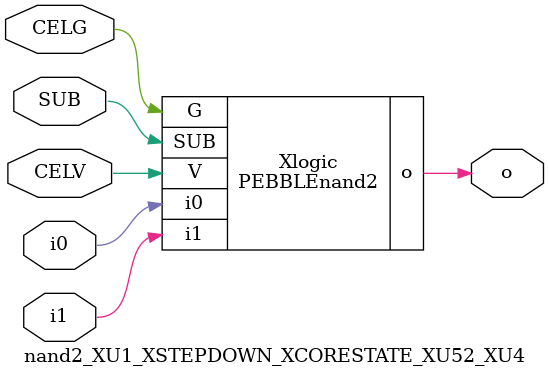
<source format=v>



module PEBBLEnand2 ( o, G, SUB, V, i0, i1 );

  input i0;
  input V;
  input i1;
  input G;
  output o;
  input SUB;
endmodule

//Celera Confidential Do Not Copy nand2_XU1_XSTEPDOWN_XCORESTATE_XU52_XU4
//Celera Confidential Symbol Generator
//5V NAND2
module nand2_XU1_XSTEPDOWN_XCORESTATE_XU52_XU4 (CELV,CELG,i0,i1,o,SUB);
input CELV;
input CELG;
input i0;
input i1;
input SUB;
output o;

//Celera Confidential Do Not Copy nand2
PEBBLEnand2 Xlogic(
.V (CELV),
.i0 (i0),
.i1 (i1),
.o (o),
.SUB (SUB),
.G (CELG)
);
//,diesize,PEBBLEnand2

//Celera Confidential Do Not Copy Module End
//Celera Schematic Generator
endmodule

</source>
